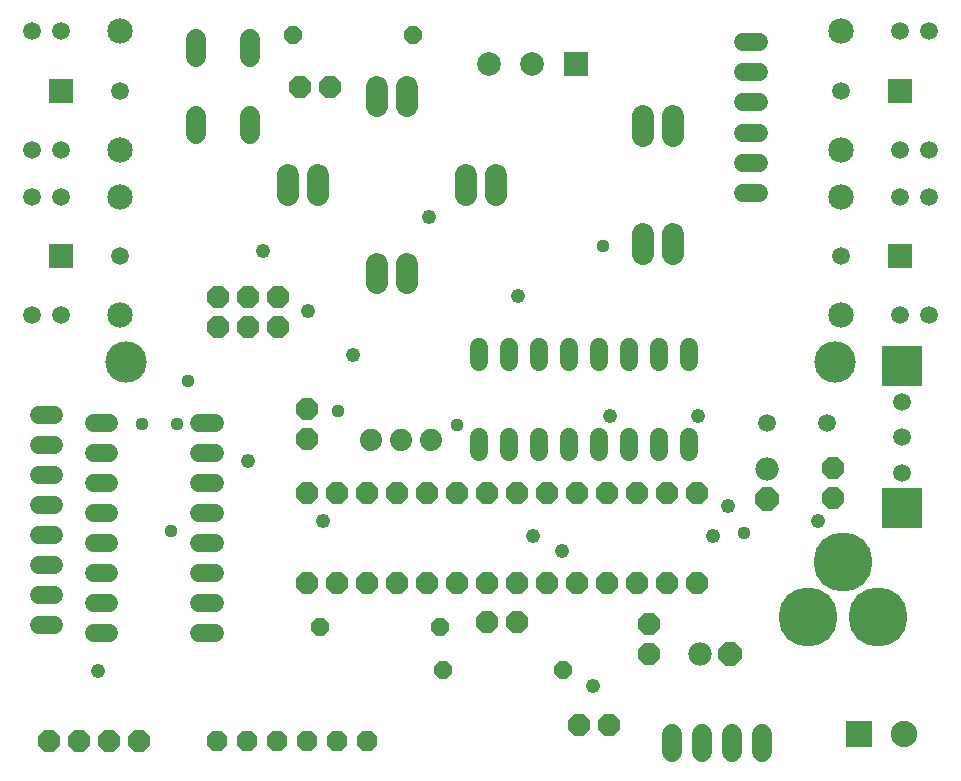
<source format=gts>
G75*
G70*
%OFA0B0*%
%FSLAX24Y24*%
%IPPOS*%
%LPD*%
%AMOC8*
5,1,8,0,0,1.08239X$1,22.5*
%
%ADD10C,0.0592*%
%ADD11C,0.0848*%
%ADD12R,0.0848X0.0848*%
%ADD13C,0.1380*%
%ADD14R,0.0789X0.0789*%
%ADD15C,0.0789*%
%ADD16C,0.0730*%
%ADD17R,0.0880X0.0880*%
%ADD18C,0.0880*%
%ADD19C,0.0600*%
%ADD20C,0.0740*%
%ADD21C,0.1970*%
%ADD22OC8,0.0780*%
%ADD23C,0.0780*%
%ADD24OC8,0.0740*%
%ADD25OC8,0.0680*%
%ADD26C,0.0680*%
%ADD27OC8,0.0710*%
%ADD28C,0.0595*%
%ADD29OC8,0.0600*%
%ADD30R,0.1346X0.1346*%
%ADD31C,0.0480*%
%ADD32C,0.0440*%
D10*
X002128Y017511D03*
X003112Y017511D03*
X005081Y019480D03*
X003112Y021448D03*
X002128Y021448D03*
X002128Y023023D03*
X003112Y023023D03*
X005081Y024991D03*
X003112Y026960D03*
X002128Y026960D03*
X029096Y024991D03*
X031065Y023023D03*
X032049Y023023D03*
X032049Y021448D03*
X031065Y021448D03*
X029096Y019480D03*
X031065Y017511D03*
X032049Y017511D03*
X032049Y026960D03*
X031065Y026960D03*
D11*
X029096Y026960D03*
X029096Y023023D03*
X029096Y021448D03*
X029096Y017511D03*
X005081Y017511D03*
X005081Y021448D03*
X005081Y023023D03*
X005081Y026960D03*
D12*
X003112Y024991D03*
X003112Y019480D03*
X031065Y019480D03*
X031065Y024991D03*
D13*
X028900Y015936D03*
X005277Y015936D03*
D14*
X020253Y025869D03*
D15*
X018805Y025869D03*
X017357Y025869D03*
D16*
X014636Y025119D02*
X014636Y024470D01*
X013636Y024470D02*
X013636Y025119D01*
X011683Y022167D02*
X011683Y021517D01*
X010683Y021517D02*
X010683Y022167D01*
X013636Y019214D02*
X013636Y018564D01*
X014636Y018564D02*
X014636Y019214D01*
X016589Y021517D02*
X016589Y022167D01*
X017589Y022167D02*
X017589Y021517D01*
X022494Y020198D02*
X022494Y019549D01*
X023494Y019549D02*
X023494Y020198D01*
X023494Y023486D02*
X023494Y024135D01*
X022494Y024135D02*
X022494Y023486D01*
D17*
X029696Y003551D03*
D18*
X031214Y003551D03*
D19*
X024022Y012936D02*
X024022Y013456D01*
X023022Y013456D02*
X023022Y012936D01*
X022022Y012936D02*
X022022Y013456D01*
X021022Y013456D02*
X021022Y012936D01*
X020022Y012936D02*
X020022Y013456D01*
X019022Y013456D02*
X019022Y012936D01*
X018022Y012936D02*
X018022Y013456D01*
X017022Y013456D02*
X017022Y012936D01*
X017022Y015936D02*
X017022Y016456D01*
X018022Y016456D02*
X018022Y015936D01*
X019022Y015936D02*
X019022Y016456D01*
X020022Y016456D02*
X020022Y015936D01*
X021022Y015936D02*
X021022Y016456D01*
X022022Y016456D02*
X022022Y015936D01*
X023022Y015936D02*
X023022Y016456D01*
X024022Y016456D02*
X024022Y015936D01*
X025840Y021590D02*
X026360Y021590D01*
X026360Y022590D02*
X025840Y022590D01*
X025840Y023590D02*
X026360Y023590D01*
X026360Y024606D02*
X025840Y024606D01*
X025840Y025606D02*
X026360Y025606D01*
X026360Y026606D02*
X025840Y026606D01*
X008234Y013901D02*
X007714Y013901D01*
X007714Y012901D02*
X008234Y012901D01*
X008234Y011901D02*
X007714Y011901D01*
X007714Y010901D02*
X008234Y010901D01*
X008234Y009901D02*
X007714Y009901D01*
X007714Y008901D02*
X008234Y008901D01*
X008234Y007901D02*
X007714Y007901D01*
X007714Y006901D02*
X008234Y006901D01*
X004714Y006901D02*
X004194Y006901D01*
X002880Y007173D02*
X002360Y007173D01*
X002360Y008173D02*
X002880Y008173D01*
X002880Y009173D02*
X002360Y009173D01*
X002360Y010173D02*
X002880Y010173D01*
X002880Y011173D02*
X002360Y011173D01*
X002360Y012173D02*
X002880Y012173D01*
X002880Y013173D02*
X002360Y013173D01*
X002360Y014173D02*
X002880Y014173D01*
X004194Y013901D02*
X004714Y013901D01*
X004714Y012901D02*
X004194Y012901D01*
X004194Y011901D02*
X004714Y011901D01*
X004714Y010901D02*
X004194Y010901D01*
X004194Y009901D02*
X004714Y009901D01*
X004714Y008901D02*
X004194Y008901D01*
X004194Y007901D02*
X004714Y007901D01*
D20*
X013447Y013342D03*
X014447Y013342D03*
X015447Y013342D03*
D21*
X027998Y007432D03*
X030321Y007432D03*
X029179Y009283D03*
D22*
X026644Y011381D03*
X025411Y006208D03*
D23*
X024411Y006208D03*
X026644Y012381D03*
D24*
X002691Y003318D03*
X003691Y003318D03*
X004691Y003318D03*
X005691Y003318D03*
X017297Y007275D03*
X018297Y007275D03*
X022699Y007204D03*
X022699Y006204D03*
X021372Y003834D03*
X020372Y003834D03*
X028829Y011413D03*
X028829Y012413D03*
X012057Y025098D03*
X011057Y025098D03*
X010337Y018117D03*
X009337Y018117D03*
X009337Y017117D03*
X010337Y017117D03*
X008337Y017117D03*
X008337Y018117D03*
X011309Y014381D03*
X011309Y013381D03*
D25*
X011289Y003299D03*
X012289Y003299D03*
X013289Y003299D03*
X010289Y003299D03*
X009289Y003299D03*
X008289Y003299D03*
D26*
X023474Y003536D02*
X023474Y002936D01*
X024474Y002936D02*
X024474Y003536D01*
X025474Y003536D02*
X025474Y002936D01*
X026474Y002936D02*
X026474Y003536D01*
X009392Y023545D02*
X009392Y024145D01*
X007612Y024145D02*
X007612Y023545D01*
X007612Y026105D02*
X007612Y026705D01*
X009392Y026705D02*
X009392Y026105D01*
D27*
X011301Y011574D03*
X012301Y011574D03*
X013301Y011574D03*
X014301Y011574D03*
X015301Y011574D03*
X016301Y011574D03*
X017301Y011574D03*
X018301Y011574D03*
X019301Y011574D03*
X020301Y011574D03*
X021301Y011574D03*
X022301Y011574D03*
X023301Y011574D03*
X024301Y011574D03*
X024301Y008574D03*
X023301Y008574D03*
X022301Y008574D03*
X021301Y008574D03*
X020301Y008574D03*
X019301Y008574D03*
X018301Y008574D03*
X017301Y008574D03*
X016301Y008574D03*
X015301Y008574D03*
X014301Y008574D03*
X013301Y008574D03*
X012301Y008574D03*
X011301Y008574D03*
D28*
X026632Y013901D03*
X028632Y013901D03*
X031122Y013436D03*
X031122Y012255D03*
X031122Y014617D03*
D29*
X019848Y005692D03*
X015848Y005692D03*
X015722Y007098D03*
X011722Y007098D03*
X010840Y026850D03*
X014840Y026850D03*
D30*
X031122Y015799D03*
X031122Y011074D03*
D31*
X028340Y010657D03*
X025340Y011157D03*
X024840Y010157D03*
X019801Y009657D03*
X018840Y010157D03*
X021415Y014157D03*
X024340Y014157D03*
X018340Y018157D03*
X015368Y020775D03*
X011340Y017657D03*
X012852Y016184D03*
X009840Y019657D03*
X009340Y012657D03*
X011840Y010657D03*
X004340Y005657D03*
X020840Y005157D03*
D32*
X025884Y010240D03*
X016301Y013850D03*
X012340Y014322D03*
X007325Y015306D03*
X006970Y013889D03*
X005789Y013889D03*
X006774Y010306D03*
X021183Y019795D03*
M02*

</source>
